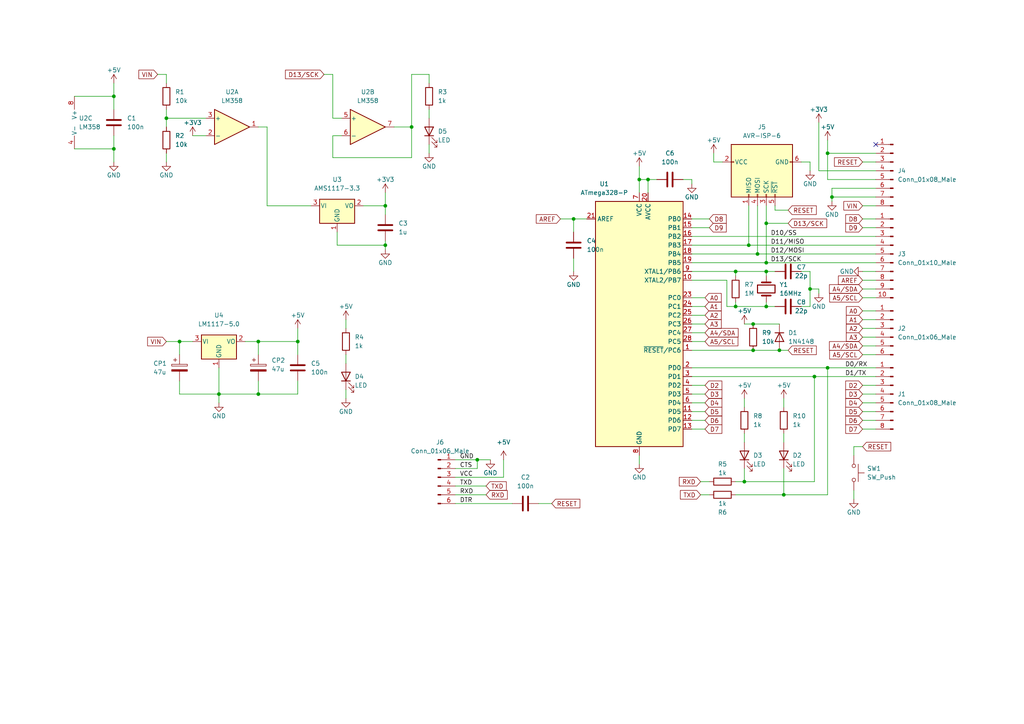
<source format=kicad_sch>
(kicad_sch (version 20211123) (generator eeschema)
  (paper "A4")
  (title_block (title "Tetiduino") (date "2023-02-13") (rev "0.0"))
  (lib_symbols
    (symbol "Amplifier_Operational:LM358" (pin_names (offset 0.127))
      (property "Reference" "U" (at 0 5.08 0))
      (property "Value" "LM358" (at 0 -5.08 0))
      (symbol "LM358_1_1"
        (polyline (pts (xy -5.08 5.08) (xy 5.08 0) (xy -5.08 -5.08) (xy -5.08 5.08)) (stroke (width 0.254)) (fill (type background)))
        (pin output line (at 7.62 0 180) (length 2.54) (name "~") (number "1"))
        (pin input line (at -7.62 -2.54 0) (length 2.54) (name "-") (number "2"))
        (pin input line (at -7.62 2.54 0) (length 2.54) (name "+") (number "3"))
      )
      (symbol "LM358_2_1"
        (polyline (pts (xy -5.08 5.08) (xy 5.08 0) (xy -5.08 -5.08) (xy -5.08 5.08)) (stroke (width 0.254)) (fill (type background)))
        (pin input line (at -7.62 2.54 0) (length 2.54) (name "+") (number "5"))
        (pin input line (at -7.62 -2.54 0) (length 2.54) (name "-") (number "6"))
        (pin output line (at 7.62 0 180) (length 2.54) (name "~") (number "7"))
      )
      (symbol "LM358_3_1"
        (pin power_in line (at -2.54 -7.62 90) (length 3.81) (name "V-") (number "4"))
        (pin power_in line (at -2.54 7.62 270) (length 3.81) (name "V+") (number "8"))
      )
    )
    (symbol "Connector:AVR-ISP-6" (pin_names (offset 1.016))
      (property "Reference" "J" (at -6.35 11.43 0))
      (property "Value" "AVR-ISP-6" (at 0 11.43 0))
      (symbol "AVR-ISP-6_0_1"
        (rectangle (start -2.667 -6.858) (end -2.413 -7.62))
        (rectangle (start -2.667 10.16) (end -2.413 9.398))
        (rectangle (start 7.62 -2.413) (end 6.858 -2.667))
        (rectangle (start 7.62 0.127) (end 6.858 -0.127))
        (rectangle (start 7.62 2.667) (end 6.858 2.413))
        (rectangle (start 7.62 5.207) (end 6.858 4.953))
        (rectangle (start 7.62 10.16) (end -7.62 -7.62) (stroke (width 0.254)) (fill (type background)))
      )
      (symbol "AVR-ISP-6_1_1"
        (pin passive line (at 10.16 5.08 180) (length 2.54) (name "MISO") (number "1"))
        (pin passive line (at -2.54 12.7 270) (length 2.54) (name "VCC") (number "2"))
        (pin passive line (at 10.16 0 180) (length 2.54) (name "SCK") (number "3"))
        (pin passive line (at 10.16 2.54 180) (length 2.54) (name "MOSI") (number "4"))
        (pin passive line (at 10.16 -2.54 180) (length 2.54) (name "~{RST}") (number "5"))
        (pin passive line (at -2.54 -10.16 90) (length 2.54) (name "GND") (number "6"))
      )
    )
    (symbol "Connector:Conn_01x06_Male" (pin_names (offset 1.016) hide)
      (property "Reference" "J" (at 0 7.62 0))
      (property "Value" "Conn_01x06_Male" (at 0 -10.16 0))
      (symbol "Conn_01x06_Male_1_1"
        (polyline (pts (xy 1.27 -7.62) (xy 0.8636 -7.62)) (stroke (width 0.1524)))
        (polyline (pts (xy 1.27 -5.08) (xy 0.8636 -5.08)) (stroke (width 0.1524)))
        (polyline (pts (xy 1.27 -2.54) (xy 0.8636 -2.54)) (stroke (width 0.1524)))
        (polyline (pts (xy 1.27 0) (xy 0.8636 0)) (stroke (width 0.1524)))
        (polyline (pts (xy 1.27 2.54) (xy 0.8636 2.54)) (stroke (width 0.1524)))
        (polyline (pts (xy 1.27 5.08) (xy 0.8636 5.08)) (stroke (width 0.1524)))
        (rectangle (start 0.8636 -7.493) (end 0 -7.747) (stroke (width 0.1524)) (fill (type outline)))
        (rectangle (start 0.8636 -4.953) (end 0 -5.207) (stroke (width 0.1524)) (fill (type outline)))
        (rectangle (start 0.8636 -2.413) (end 0 -2.667) (stroke (width 0.1524)) (fill (type outline)))
        (rectangle (start 0.8636 0.127) (end 0 -0.127) (stroke (width 0.1524)) (fill (type outline)))
        (rectangle (start 0.8636 2.667) (end 0 2.413) (stroke (width 0.1524)) (fill (type outline)))
        (rectangle (start 0.8636 5.207) (end 0 4.953) (stroke (width 0.1524)) (fill (type outline)))
        (pin passive line (at 5.08 5.08 180) (length 3.81) (name "Pin_1") (number "1"))
        (pin passive line (at 5.08 2.54 180) (length 3.81) (name "Pin_2") (number "2"))
        (pin passive line (at 5.08 0 180) (length 3.81) (name "Pin_3") (number "3"))
        (pin passive line (at 5.08 -2.54 180) (length 3.81) (name "Pin_4") (number "4"))
        (pin passive line (at 5.08 -5.08 180) (length 3.81) (name "Pin_5") (number "5"))
        (pin passive line (at 5.08 -7.62 180) (length 3.81) (name "Pin_6") (number "6"))
      )
    )
    (symbol "Connector:Conn_01x08_Male" (pin_names (offset 1.016) hide)
      (property "Reference" "J" (at 0 10.16 0))
      (property "Value" "Conn_01x08_Male" (at 0 -12.7 0))
      (symbol "Conn_01x08_Male_1_1"
        (polyline (pts (xy 1.27 -10.16) (xy 0.8636 -10.16)) (stroke (width 0.1524)))
        (polyline (pts (xy 1.27 -7.62) (xy 0.8636 -7.62)) (stroke (width 0.1524)))
        (polyline (pts (xy 1.27 -5.08) (xy 0.8636 -5.08)) (stroke (width 0.1524)))
        (polyline (pts (xy 1.27 -2.54) (xy 0.8636 -2.54)) (stroke (width 0.1524)))
        (polyline (pts (xy 1.27 0) (xy 0.8636 0)) (stroke (width 0.1524)))
        (polyline (pts (xy 1.27 2.54) (xy 0.8636 2.54)) (stroke (width 0.1524)))
        (polyline (pts (xy 1.27 5.08) (xy 0.8636 5.08)) (stroke (width 0.1524)))
        (polyline (pts (xy 1.27 7.62) (xy 0.8636 7.62)) (stroke (width 0.1524)))
        (rectangle (start 0.8636 -10.033) (end 0 -10.287) (stroke (width 0.1524)) (fill (type outline)))
        (rectangle (start 0.8636 -7.493) (end 0 -7.747) (stroke (width 0.1524)) (fill (type outline)))
        (rectangle (start 0.8636 -4.953) (end 0 -5.207) (stroke (width 0.1524)) (fill (type outline)))
        (rectangle (start 0.8636 -2.413) (end 0 -2.667) (stroke (width 0.1524)) (fill (type outline)))
        (rectangle (start 0.8636 0.127) (end 0 -0.127) (stroke (width 0.1524)) (fill (type outline)))
        (rectangle (start 0.8636 2.667) (end 0 2.413) (stroke (width 0.1524)) (fill (type outline)))
        (rectangle (start 0.8636 5.207) (end 0 4.953) (stroke (width 0.1524)) (fill (type outline)))
        (rectangle (start 0.8636 7.747) (end 0 7.493) (stroke (width 0.1524)) (fill (type outline)))
        (pin passive line (at 5.08 7.62 180) (length 3.81) (name "Pin_1") (number "1"))
        (pin passive line (at 5.08 5.08 180) (length 3.81) (name "Pin_2") (number "2"))
        (pin passive line (at 5.08 2.54 180) (length 3.81) (name "Pin_3") (number "3"))
        (pin passive line (at 5.08 0 180) (length 3.81) (name "Pin_4") (number "4"))
        (pin passive line (at 5.08 -2.54 180) (length 3.81) (name "Pin_5") (number "5"))
        (pin passive line (at 5.08 -5.08 180) (length 3.81) (name "Pin_6") (number "6"))
        (pin passive line (at 5.08 -7.62 180) (length 3.81) (name "Pin_7") (number "7"))
        (pin passive line (at 5.08 -10.16 180) (length 3.81) (name "Pin_8") (number "8"))
      )
    )
    (symbol "Connector:Conn_01x10_Male" (pin_names (offset 1.016) hide)
      (property "Reference" "J" (at 0 12.7 0))
      (property "Value" "Conn_01x10_Male" (at 0 -15.24 0))
      (symbol "Conn_01x10_Male_1_1"
        (polyline (pts (xy 1.27 -12.7) (xy 0.8636 -12.7)) (stroke (width 0.1524)))
        (polyline (pts (xy 1.27 -10.16) (xy 0.8636 -10.16)) (stroke (width 0.1524)))
        (polyline (pts (xy 1.27 -7.62) (xy 0.8636 -7.62)) (stroke (width 0.1524)))
        (polyline (pts (xy 1.27 -5.08) (xy 0.8636 -5.08)) (stroke (width 0.1524)))
        (polyline (pts (xy 1.27 -2.54) (xy 0.8636 -2.54)) (stroke (width 0.1524)))
        (polyline (pts (xy 1.27 0) (xy 0.8636 0)) (stroke (width 0.1524)))
        (polyline (pts (xy 1.27 2.54) (xy 0.8636 2.54)) (stroke (width 0.1524)))
        (polyline (pts (xy 1.27 5.08) (xy 0.8636 5.08)) (stroke (width 0.1524)))
        (polyline (pts (xy 1.27 7.62) (xy 0.8636 7.62)) (stroke (width 0.1524)))
        (polyline (pts (xy 1.27 10.16) (xy 0.8636 10.16)) (stroke (width 0.1524)))
        (rectangle (start 0.8636 -12.573) (end 0 -12.827) (stroke (width 0.1524)) (fill (type outline)))
        (rectangle (start 0.8636 -10.033) (end 0 -10.287) (stroke (width 0.1524)) (fill (type outline)))
        (rectangle (start 0.8636 -7.493) (end 0 -7.747) (stroke (width 0.1524)) (fill (type outline)))
        (rectangle (start 0.8636 -4.953) (end 0 -5.207) (stroke (width 0.1524)) (fill (type outline)))
        (rectangle (start 0.8636 -2.413) (end 0 -2.667) (stroke (width 0.1524)) (fill (type outline)))
        (rectangle (start 0.8636 0.127) (end 0 -0.127) (stroke (width 0.1524)) (fill (type outline)))
        (rectangle (start 0.8636 2.667) (end 0 2.413) (stroke (width 0.1524)) (fill (type outline)))
        (rectangle (start 0.8636 5.207) (end 0 4.953) (stroke (width 0.1524)) (fill (type outline)))
        (rectangle (start 0.8636 7.747) (end 0 7.493) (stroke (width 0.1524)) (fill (type outline)))
        (rectangle (start 0.8636 10.287) (end 0 10.033) (stroke (width 0.1524)) (fill (type outline)))
        (pin passive line (at 5.08 10.16 180) (length 3.81) (name "Pin_1") (number "1"))
        (pin passive line (at 5.08 -12.7 180) (length 3.81) (name "Pin_10") (number "10"))
        (pin passive line (at 5.08 7.62 180) (length 3.81) (name "Pin_2") (number "2"))
        (pin passive line (at 5.08 5.08 180) (length 3.81) (name "Pin_3") (number "3"))
        (pin passive line (at 5.08 2.54 180) (length 3.81) (name "Pin_4") (number "4"))
        (pin passive line (at 5.08 0 180) (length 3.81) (name "Pin_5") (number "5"))
        (pin passive line (at 5.08 -2.54 180) (length 3.81) (name "Pin_6") (number "6"))
        (pin passive line (at 5.08 -5.08 180) (length 3.81) (name "Pin_7") (number "7"))
        (pin passive line (at 5.08 -7.62 180) (length 3.81) (name "Pin_8") (number "8"))
        (pin passive line (at 5.08 -10.16 180) (length 3.81) (name "Pin_9") (number "9"))
      )
    )
    (symbol "Device:C" (pin_numbers hide) (pin_names (offset 0.254))
      (property "Reference" "C" (at 0.635 2.54 0))
      (property "Value" "C" (at 0.635 -2.54 0))
      (symbol "C_0_1"
        (polyline (pts (xy -2.032 -0.762) (xy 2.032 -0.762)) (stroke (width 0.508)))
        (polyline (pts (xy -2.032 0.762) (xy 2.032 0.762)) (stroke (width 0.508)))
      )
      (symbol "C_1_1"
        (pin passive line (at 0 3.81 270) (length 2.794) (name "~") (number "1"))
        (pin passive line (at 0 -3.81 90) (length 2.794) (name "~") (number "2"))
      )
    )
    (symbol "Device:C_Polarized" (pin_numbers hide) (pin_names (offset 0.254))
      (property "Reference" "C" (at 0.635 2.54 0))
      (property "Value" "C_Polarized" (at 0.635 -2.54 0))
      (symbol "C_Polarized_0_1"
        (rectangle (start -2.286 0.508) (end 2.286 1.016))
        (polyline (pts (xy -1.778 2.286) (xy -0.762 2.286)))
        (polyline (pts (xy -1.27 2.794) (xy -1.27 1.778)))
        (rectangle (start 2.286 -0.508) (end -2.286 -1.016) (fill (type outline)))
      )
      (symbol "C_Polarized_1_1"
        (pin passive line (at 0 3.81 270) (length 2.794) (name "~") (number "1"))
        (pin passive line (at 0 -3.81 90) (length 2.794) (name "~") (number "2"))
      )
    )
    (symbol "Device:Crystal" (pin_numbers hide) (pin_names (offset 1.016) hide)
      (property "Reference" "Y" (at 0 3.81 0))
      (property "Value" "Crystal" (at 0 -3.81 0))
      (symbol "Crystal_0_1"
        (rectangle (start -1.143 2.54) (end 1.143 -2.54) (stroke (width 0.3048)))
        (polyline (pts (xy -2.54 0) (xy -1.905 0)))
        (polyline (pts (xy -1.905 -1.27) (xy -1.905 1.27)) (stroke (width 0.508)))
        (polyline (pts (xy 1.905 -1.27) (xy 1.905 1.27)) (stroke (width 0.508)))
        (polyline (pts (xy 2.54 0) (xy 1.905 0)))
      )
      (symbol "Crystal_1_1"
        (pin passive line (at -3.81 0 0) (length 1.27) (name "1") (number "1"))
        (pin passive line (at 3.81 0 180) (length 1.27) (name "2") (number "2"))
      )
    )
    (symbol "Device:LED" (pin_numbers hide) (pin_names (offset 1.016) hide)
      (property "Reference" "D" (at 0 2.54 0))
      (property "Value" "LED" (at 0 -2.54 0))
      (symbol "LED_0_1"
        (polyline (pts (xy -1.27 -1.27) (xy -1.27 1.27)) (stroke (width 0.254)))
        (polyline (pts (xy -1.27 0) (xy 1.27 0)))
        (polyline (pts (xy 1.27 -1.27) (xy 1.27 1.27) (xy -1.27 0) (xy 1.27 -1.27)) (stroke (width 0.254)))
        (polyline (pts (xy -3.048 -0.762) (xy -4.572 -2.286) (xy -3.81 -2.286) (xy -4.572 -2.286) (xy -4.572 -1.524)))
        (polyline (pts (xy -1.778 -0.762) (xy -3.302 -2.286) (xy -2.54 -2.286) (xy -3.302 -2.286) (xy -3.302 -1.524)))
      )
      (symbol "LED_1_1"
        (pin passive line (at -3.81 0 0) (length 2.54) (name "K") (number "1"))
        (pin passive line (at 3.81 0 180) (length 2.54) (name "A") (number "2"))
      )
    )
    (symbol "Device:R" (pin_numbers hide) (pin_names (offset 0))
      (property "Reference" "R" (at 2.032 0 90))
      (property "Value" "R" (at 0 0 90))
      (symbol "R_0_1"
        (rectangle (start -1.016 -2.54) (end 1.016 2.54) (stroke (width 0.254)))
      )
      (symbol "R_1_1"
        (pin passive line (at 0 3.81 270) (length 1.27) (name "~") (number "1"))
        (pin passive line (at 0 -3.81 90) (length 1.27) (name "~") (number "2"))
      )
    )
    (symbol "Diode:1N4148" (pin_numbers hide) (pin_names hide)
      (property "Reference" "D" (at 0 2.54 0))
      (property "Value" "1N4148" (at 0 -2.54 0))
      (symbol "1N4148_0_1"
        (polyline (pts (xy -1.27 1.27) (xy -1.27 -1.27)) (stroke (width 0.254)))
        (polyline (pts (xy 1.27 0) (xy -1.27 0)))
        (polyline (pts (xy 1.27 1.27) (xy 1.27 -1.27) (xy -1.27 0) (xy 1.27 1.27)) (stroke (width 0.254)))
      )
      (symbol "1N4148_1_1"
        (pin passive line (at -3.81 0 0) (length 2.54) (name "K") (number "1"))
        (pin passive line (at 3.81 0 180) (length 2.54) (name "A") (number "2"))
      )
    )
    (symbol "MCU_Microchip_ATmega:ATmega328-P"
      (property "Reference" "U" (at -12.7 36.83 0))
      (property "Value" "ATmega328-P" (at 2.54 -36.83 0))
      (symbol "ATmega328-P_0_1"
        (rectangle (start -12.7 -35.56) (end 12.7 35.56) (stroke (width 0.254)) (fill (type background)))
      )
      (symbol "ATmega328-P_1_1"
        (pin bidirectional line (at 15.24 -7.62 180) (length 2.54) (name "~{RESET}/PC6") (number "1"))
        (pin bidirectional line (at 15.24 12.7 180) (length 2.54) (name "XTAL2/PB7") (number "10"))
        (pin bidirectional line (at 15.24 -25.4 180) (length 2.54) (name "PD5") (number "11"))
        (pin bidirectional line (at 15.24 -27.94 180) (length 2.54) (name "PD6") (number "12"))
        (pin bidirectional line (at 15.24 -30.48 180) (length 2.54) (name "PD7") (number "13"))
        (pin bidirectional line (at 15.24 30.48 180) (length 2.54) (name "PB0") (number "14"))
        (pin bidirectional line (at 15.24 27.94 180) (length 2.54) (name "PB1") (number "15"))
        (pin bidirectional line (at 15.24 25.4 180) (length 2.54) (name "PB2") (number "16"))
        (pin bidirectional line (at 15.24 22.86 180) (length 2.54) (name "PB3") (number "17"))
        (pin bidirectional line (at 15.24 20.32 180) (length 2.54) (name "PB4") (number "18"))
        (pin bidirectional line (at 15.24 17.78 180) (length 2.54) (name "PB5") (number "19"))
        (pin bidirectional line (at 15.24 -12.7 180) (length 2.54) (name "PD0") (number "2"))
        (pin power_in line (at 2.54 38.1 270) (length 2.54) (name "AVCC") (number "20"))
        (pin passive line (at -15.24 30.48 0) (length 2.54) (name "AREF") (number "21"))
        (pin passive line (at 0 -38.1 90) (length 2.54) hide (name "GND") (number "22"))
        (pin bidirectional line (at 15.24 7.62 180) (length 2.54) (name "PC0") (number "23"))
        (pin bidirectional line (at 15.24 5.08 180) (length 2.54) (name "PC1") (number "24"))
        (pin bidirectional line (at 15.24 2.54 180) (length 2.54) (name "PC2") (number "25"))
        (pin bidirectional line (at 15.24 0 180) (length 2.54) (name "PC3") (number "26"))
        (pin bidirectional line (at 15.24 -2.54 180) (length 2.54) (name "PC4") (number "27"))
        (pin bidirectional line (at 15.24 -5.08 180) (length 2.54) (name "PC5") (number "28"))
        (pin bidirectional line (at 15.24 -15.24 180) (length 2.54) (name "PD1") (number "3"))
        (pin bidirectional line (at 15.24 -17.78 180) (length 2.54) (name "PD2") (number "4"))
        (pin bidirectional line (at 15.24 -20.32 180) (length 2.54) (name "PD3") (number "5"))
        (pin bidirectional line (at 15.24 -22.86 180) (length 2.54) (name "PD4") (number "6"))
        (pin power_in line (at 0 38.1 270) (length 2.54) (name "VCC") (number "7"))
        (pin power_in line (at 0 -38.1 90) (length 2.54) (name "GND") (number "8"))
        (pin bidirectional line (at 15.24 15.24 180) (length 2.54) (name "XTAL1/PB6") (number "9"))
      )
    )
    (symbol "Regulator_Linear:AMS1117-3.3" (pin_names (offset 0.254))
      (property "Reference" "U" (at -3.81 3.175 0))
      (property "Value" "AMS1117-3.3" (at 0 3.175 0))
      (symbol "AMS1117-3.3_0_1"
        (rectangle (start -5.08 -5.08) (end 5.08 1.905) (stroke (width 0.254)) (fill (type background)))
      )
      (symbol "AMS1117-3.3_1_1"
        (pin power_in line (at 0 -7.62 90) (length 2.54) (name "GND") (number "1"))
        (pin power_out line (at 7.62 0 180) (length 2.54) (name "VO") (number "2"))
        (pin power_in line (at -7.62 0 0) (length 2.54) (name "VI") (number "3"))
      )
    )
    (symbol "Regulator_Linear:LM1117-5.0" (pin_names (offset 0.254))
      (property "Reference" "U" (at -3.81 3.175 0))
      (property "Value" "LM1117-5.0" (at 0 3.175 0))
      (symbol "LM1117-5.0_0_1"
        (rectangle (start -5.08 -5.08) (end 5.08 1.905) (stroke (width 0.254)) (fill (type background)))
      )
      (symbol "LM1117-5.0_1_1"
        (pin power_in line (at 0 -7.62 90) (length 2.54) (name "GND") (number "1"))
        (pin power_out line (at 7.62 0 180) (length 2.54) (name "VO") (number "2"))
        (pin power_in line (at -7.62 0 0) (length 2.54) (name "VI") (number "3"))
      )
    )
    (symbol "Switch:SW_Push" (pin_numbers hide) (pin_names (offset 1.016) hide)
      (property "Reference" "SW" (at 1.27 2.54 0))
      (property "Value" "SW_Push" (at 0 -1.524 0))
      (symbol "SW_Push_0_1"
        (circle (center -2.032 0) (radius 0.508))
        (polyline (pts (xy 0 1.27) (xy 0 3.048)))
        (polyline (pts (xy 2.54 1.27) (xy -2.54 1.27)))
        (circle (center 2.032 0) (radius 0.508))
        (pin passive line (at -5.08 0 0) (length 2.54) (name "1") (number "1"))
        (pin passive line (at 5.08 0 180) (length 2.54) (name "2") (number "2"))
      )
    )
    (symbol "power:+3V3" (power) (pin_names (offset 0))
      (property "Value" "+3V3" (at 0 3.556 0))
      (symbol "+3V3_0_1"
        (polyline (pts (xy -0.762 1.27) (xy 0 2.54)))
        (polyline (pts (xy 0 0) (xy 0 2.54)))
        (polyline (pts (xy 0 2.54) (xy 0.762 1.27)))
      )
      (symbol "+3V3_1_1"
        (pin power_in line (at 0 0 90) (length 0) hide (name "+3V3") (number "1"))
      )
    )
    (symbol "power:+5V" (power) (pin_names (offset 0))
      (property "Value" "+5V" (at 0 3.556 0))
      (symbol "+5V_0_1"
        (polyline (pts (xy -0.762 1.27) (xy 0 2.54)))
        (polyline (pts (xy 0 0) (xy 0 2.54)))
        (polyline (pts (xy 0 2.54) (xy 0.762 1.27)))
      )
      (symbol "+5V_1_1"
        (pin power_in line (at 0 0 90) (length 0) hide (name "+5V") (number "1"))
      )
    )
    (symbol "power:GND" (power) (pin_names (offset 0))
      (property "Value" "GND" (at 0 -3.81 0))
      (symbol "GND_0_1"
        (polyline (pts (xy 0 0) (xy 0 -1.27) (xy 1.27 -1.27) (xy 0 -2.54) (xy -1.27 -1.27) (xy 0 -1.27)))
      )
      (symbol "GND_1_1"
        (pin power_in line (at 0 0 270) (length 0) hide (name "GND") (number "1"))
      )
    )
  )
  (junction (at 111.76 59.69))
  (junction (at 213.36 88.9))
  (junction (at 74.93 99.06))
  (junction (at 33.02 43.18))
  (junction (at 240.03 44.45))
  (junction (at 63.5 114.3))
  (junction (at 217.17 71.12))
  (junction (at 119.38 36.83))
  (junction (at 222.25 78.74))
  (junction (at 219.71 73.66))
  (junction (at 86.36 99.06))
  (junction (at 222.25 76.2))
  (junction (at 218.44 93.98))
  (junction (at 236.22 109.22))
  (junction (at 218.44 101.6))
  (junction (at 234.95 83.82))
  (junction (at 52.07 99.06))
  (junction (at 48.26 34.29))
  (junction (at 213.36 78.74))
  (junction (at 33.02 27.94))
  (junction (at 226.06 101.6))
  (junction (at 111.76 71.12))
  (junction (at 222.25 88.9))
  (junction (at 166.37 63.5))
  (junction (at 74.93 114.3))
  (junction (at 185.42 52.07))
  (junction (at 138.43 133.35))
  (junction (at 227.33 143.51))
  (junction (at 222.25 64.77))
  (junction (at 240.03 106.68))
  (junction (at 187.96 52.07))
  (junction (at 241.3 57.15))
  (junction (at 215.9 139.7))
  (no_connect (at 254 41.91))
  (wire (pts (xy 86.36 102.87) (xy 86.36 99.06)))
  (wire (pts (xy 213.36 78.74) (xy 213.36 80.01)))
  (wire (pts (xy 200.66 81.28) (xy 210.82 81.28)))
  (wire (pts (xy 247.65 129.54) (xy 250.19 129.54)))
  (wire (pts (xy 227.33 125.73) (xy 227.33 128.27)))
  (wire (pts (xy 111.76 55.88) (xy 111.76 59.69)))
  (wire (pts (xy 77.47 59.69) (xy 90.17 59.69)))
  (wire (pts (xy 226.06 101.6) (xy 228.6 101.6)))
  (wire (pts (xy 45.72 21.59) (xy 48.26 21.59)))
  (wire (pts (xy 215.9 93.98) (xy 218.44 93.98)))
  (wire (pts (xy 200.66 116.84) (xy 204.47 116.84)))
  (wire (pts (xy 222.25 64.77) (xy 222.25 76.2)))
  (wire (pts (xy 96.52 34.29) (xy 99.06 34.29)))
  (wire (pts (xy 138.43 135.89) (xy 138.43 133.35)))
  (wire (pts (xy 210.82 81.28) (xy 210.82 88.9)))
  (wire (pts (xy 237.49 83.82) (xy 237.49 85.09)))
  (wire (pts (xy 200.66 66.04) (xy 205.74 66.04)))
  (wire (pts (xy 250.19 78.74) (xy 254 78.74)))
  (wire (pts (xy 97.79 71.12) (xy 111.76 71.12)))
  (wire (pts (xy 250.19 102.87) (xy 254 102.87)))
  (wire (pts (xy 207.01 46.99) (xy 209.55 46.99)))
  (wire (pts (xy 241.3 57.15) (xy 254 57.15)))
  (wire (pts (xy 200.66 93.98) (xy 204.47 93.98)))
  (wire (pts (xy 227.33 143.51) (xy 240.03 143.51)))
  (wire (pts (xy 213.36 88.9) (xy 222.25 88.9)))
  (wire (pts (xy 219.71 59.69) (xy 219.71 73.66)))
  (wire (pts (xy 200.66 119.38) (xy 204.47 119.38)))
  (wire (pts (xy 200.66 101.6) (xy 218.44 101.6)))
  (wire (pts (xy 124.46 21.59) (xy 119.38 21.59)))
  (wire (pts (xy 241.3 57.15) (xy 241.3 58.42)))
  (wire (pts (xy 247.65 132.08) (xy 247.65 129.54)))
  (wire (pts (xy 63.5 116.84) (xy 63.5 114.3)))
  (wire (pts (xy 200.66 76.2) (xy 222.25 76.2)))
  (wire (pts (xy 33.02 31.75) (xy 33.02 27.94)))
  (wire (pts (xy 200.66 99.06) (xy 204.47 99.06)))
  (wire (pts (xy 21.59 43.18) (xy 33.02 43.18)))
  (wire (pts (xy 96.52 21.59) (xy 96.52 34.29)))
  (wire (pts (xy 222.25 76.2) (xy 254 76.2)))
  (wire (pts (xy 250.19 90.17) (xy 254 90.17)))
  (wire (pts (xy 222.25 59.69) (xy 222.25 64.77)))
  (wire (pts (xy 63.5 114.3) (xy 74.93 114.3)))
  (wire (pts (xy 124.46 41.91) (xy 124.46 44.45)))
  (wire (pts (xy 200.66 88.9) (xy 204.47 88.9)))
  (wire (pts (xy 198.12 52.07) (xy 200.66 52.07)))
  (wire (pts (xy 132.08 143.51) (xy 140.97 143.51)))
  (wire (pts (xy 250.19 119.38) (xy 254 119.38)))
  (wire (pts (xy 185.42 52.07) (xy 187.96 52.07)))
  (wire (pts (xy 250.19 46.99) (xy 254 46.99)))
  (wire (pts (xy 222.25 78.74) (xy 222.25 80.01)))
  (wire (pts (xy 203.2 143.51) (xy 205.74 143.51)))
  (wire (pts (xy 166.37 74.93) (xy 166.37 78.74)))
  (wire (pts (xy 215.9 115.57) (xy 215.9 118.11)))
  (wire (pts (xy 200.66 86.36) (xy 204.47 86.36)))
  (wire (pts (xy 250.19 83.82) (xy 254 83.82)))
  (wire (pts (xy 185.42 48.26) (xy 185.42 52.07)))
  (wire (pts (xy 207.01 44.45) (xy 207.01 46.99)))
  (wire (pts (xy 200.66 78.74) (xy 213.36 78.74)))
  (wire (pts (xy 234.95 83.82) (xy 234.95 88.9)))
  (wire (pts (xy 200.66 52.07) (xy 200.66 53.34)))
  (wire (pts (xy 111.76 71.12) (xy 111.76 72.39)))
  (wire (pts (xy 217.17 71.12) (xy 254 71.12)))
  (wire (pts (xy 250.19 114.3) (xy 254 114.3)))
  (wire (pts (xy 124.46 31.75) (xy 124.46 34.29)))
  (wire (pts (xy 224.79 60.96) (xy 228.6 60.96)))
  (wire (pts (xy 187.96 52.07) (xy 187.96 55.88)))
  (wire (pts (xy 247.65 142.24) (xy 247.65 144.78)))
  (wire (pts (xy 96.52 39.37) (xy 96.52 45.72)))
  (wire (pts (xy 105.41 59.69) (xy 111.76 59.69)))
  (wire (pts (xy 48.26 31.75) (xy 48.26 34.29)))
  (wire (pts (xy 250.19 121.92) (xy 254 121.92)))
  (wire (pts (xy 48.26 34.29) (xy 48.26 36.83)))
  (wire (pts (xy 218.44 101.6) (xy 226.06 101.6)))
  (wire (pts (xy 74.93 110.49) (xy 74.93 114.3)))
  (wire (pts (xy 146.05 133.35) (xy 146.05 138.43)))
  (wire (pts (xy 222.25 87.63) (xy 222.25 88.9)))
  (wire (pts (xy 119.38 36.83) (xy 114.3 36.83)))
  (wire (pts (xy 240.03 44.45) (xy 254 44.45)))
  (wire (pts (xy 224.79 59.69) (xy 224.79 60.96)))
  (wire (pts (xy 250.19 111.76) (xy 254 111.76)))
  (wire (pts (xy 232.41 46.99) (xy 234.95 46.99)))
  (wire (pts (xy 234.95 46.99) (xy 234.95 49.53)))
  (wire (pts (xy 232.41 88.9) (xy 234.95 88.9)))
  (wire (pts (xy 250.19 66.04) (xy 254 66.04)))
  (wire (pts (xy 250.19 97.79) (xy 254 97.79)))
  (wire (pts (xy 100.33 102.87) (xy 100.33 105.41)))
  (wire (pts (xy 227.33 135.89) (xy 227.33 143.51)))
  (wire (pts (xy 77.47 36.83) (xy 77.47 59.69)))
  (wire (pts (xy 234.95 78.74) (xy 234.95 83.82)))
  (wire (pts (xy 200.66 111.76) (xy 204.47 111.76)))
  (wire (pts (xy 200.66 73.66) (xy 219.71 73.66)))
  (wire (pts (xy 63.5 106.68) (xy 63.5 114.3)))
  (wire (pts (xy 48.26 21.59) (xy 48.26 24.13)))
  (wire (pts (xy 213.36 139.7) (xy 215.9 139.7)))
  (wire (pts (xy 86.36 114.3) (xy 74.93 114.3)))
  (wire (pts (xy 215.9 135.89) (xy 215.9 139.7)))
  (wire (pts (xy 132.08 133.35) (xy 138.43 133.35)))
  (wire (pts (xy 222.25 64.77) (xy 228.6 64.77)))
  (wire (pts (xy 240.03 44.45) (xy 240.03 40.64)))
  (wire (pts (xy 217.17 59.69) (xy 217.17 71.12)))
  (wire (pts (xy 185.42 132.08) (xy 185.42 134.62)))
  (wire (pts (xy 132.08 146.05) (xy 148.59 146.05)))
  (wire (pts (xy 97.79 67.31) (xy 97.79 71.12)))
  (wire (pts (xy 250.19 100.33) (xy 254 100.33)))
  (wire (pts (xy 100.33 92.71) (xy 100.33 95.25)))
  (wire (pts (xy 241.3 54.61) (xy 241.3 57.15)))
  (wire (pts (xy 52.07 110.49) (xy 52.07 114.3)))
  (wire (pts (xy 52.07 114.3) (xy 63.5 114.3)))
  (wire (pts (xy 213.36 78.74) (xy 222.25 78.74)))
  (wire (pts (xy 48.26 99.06) (xy 52.07 99.06)))
  (wire (pts (xy 132.08 140.97) (xy 140.97 140.97)))
  (wire (pts (xy 119.38 21.59) (xy 119.38 36.83)))
  (wire (pts (xy 48.26 44.45) (xy 48.26 46.99)))
  (wire (pts (xy 250.19 92.71) (xy 254 92.71)))
  (wire (pts (xy 250.19 81.28) (xy 254 81.28)))
  (wire (pts (xy 33.02 27.94) (xy 21.59 27.94)))
  (wire (pts (xy 250.19 116.84) (xy 254 116.84)))
  (wire (pts (xy 237.49 49.53) (xy 254 49.53)))
  (wire (pts (xy 185.42 55.88) (xy 185.42 52.07)))
  (wire (pts (xy 132.08 135.89) (xy 138.43 135.89)))
  (wire (pts (xy 210.82 88.9) (xy 213.36 88.9)))
  (wire (pts (xy 132.08 138.43) (xy 146.05 138.43)))
  (wire (pts (xy 250.19 59.69) (xy 254 59.69)))
  (wire (pts (xy 111.76 69.85) (xy 111.76 71.12)))
  (wire (pts (xy 200.66 106.68) (xy 240.03 106.68)))
  (wire (pts (xy 203.2 139.7) (xy 205.74 139.7)))
  (wire (pts (xy 218.44 93.98) (xy 226.06 93.98)))
  (wire (pts (xy 48.26 34.29) (xy 59.69 34.29)))
  (wire (pts (xy 55.88 39.37) (xy 59.69 39.37)))
  (wire (pts (xy 240.03 52.07) (xy 240.03 44.45)))
  (wire (pts (xy 200.66 71.12) (xy 217.17 71.12)))
  (wire (pts (xy 119.38 45.72) (xy 119.38 36.83)))
  (wire (pts (xy 93.98 21.59) (xy 96.52 21.59)))
  (wire (pts (xy 254 54.61) (xy 241.3 54.61)))
  (wire (pts (xy 236.22 109.22) (xy 236.22 139.7)))
  (wire (pts (xy 200.66 63.5) (xy 205.74 63.5)))
  (wire (pts (xy 74.93 99.06) (xy 74.93 102.87)))
  (wire (pts (xy 200.66 96.52) (xy 204.47 96.52)))
  (wire (pts (xy 240.03 106.68) (xy 254 106.68)))
  (wire (pts (xy 219.71 73.66) (xy 254 73.66)))
  (wire (pts (xy 187.96 52.07) (xy 190.5 52.07)))
  (wire (pts (xy 200.66 91.44) (xy 204.47 91.44)))
  (wire (pts (xy 86.36 110.49) (xy 86.36 114.3)))
  (wire (pts (xy 138.43 133.35) (xy 142.24 133.35)))
  (wire (pts (xy 100.33 113.03) (xy 100.33 115.57)))
  (wire (pts (xy 254 52.07) (xy 240.03 52.07)))
  (wire (pts (xy 77.47 36.83) (xy 74.93 36.83)))
  (wire (pts (xy 200.66 68.58) (xy 254 68.58)))
  (wire (pts (xy 215.9 125.73) (xy 215.9 128.27)))
  (wire (pts (xy 86.36 95.25) (xy 86.36 99.06)))
  (wire (pts (xy 52.07 99.06) (xy 52.07 102.87)))
  (wire (pts (xy 250.19 86.36) (xy 254 86.36)))
  (wire (pts (xy 156.21 146.05) (xy 160.02 146.05)))
  (wire (pts (xy 99.06 39.37) (xy 96.52 39.37)))
  (wire (pts (xy 215.9 139.7) (xy 236.22 139.7)))
  (wire (pts (xy 33.02 24.13) (xy 33.02 27.94)))
  (wire (pts (xy 200.66 124.46) (xy 204.47 124.46)))
  (wire (pts (xy 237.49 35.56) (xy 237.49 49.53)))
  (wire (pts (xy 200.66 121.92) (xy 204.47 121.92)))
  (wire (pts (xy 124.46 24.13) (xy 124.46 21.59)))
  (wire (pts (xy 33.02 43.18) (xy 33.02 46.99)))
  (wire (pts (xy 236.22 109.22) (xy 254 109.22)))
  (wire (pts (xy 86.36 99.06) (xy 74.93 99.06)))
  (wire (pts (xy 240.03 106.68) (xy 240.03 143.51)))
  (wire (pts (xy 71.12 99.06) (xy 74.93 99.06)))
  (wire (pts (xy 213.36 87.63) (xy 213.36 88.9)))
  (wire (pts (xy 33.02 43.18) (xy 33.02 39.37)))
  (wire (pts (xy 222.25 88.9) (xy 224.79 88.9)))
  (wire (pts (xy 213.36 143.51) (xy 227.33 143.51)))
  (wire (pts (xy 166.37 63.5) (xy 170.18 63.5)))
  (wire (pts (xy 200.66 114.3) (xy 204.47 114.3)))
  (wire (pts (xy 52.07 99.06) (xy 55.88 99.06)))
  (wire (pts (xy 250.19 95.25) (xy 254 95.25)))
  (wire (pts (xy 234.95 83.82) (xy 237.49 83.82)))
  (wire (pts (xy 96.52 45.72) (xy 119.38 45.72)))
  (wire (pts (xy 222.25 78.74) (xy 224.79 78.74)))
  (wire (pts (xy 232.41 78.74) (xy 234.95 78.74)))
  (wire (pts (xy 250.19 124.46) (xy 254 124.46)))
  (wire (pts (xy 166.37 63.5) (xy 166.37 67.31)))
  (wire (pts (xy 227.33 115.57) (xy 227.33 118.11)))
  (wire (pts (xy 200.66 109.22) (xy 236.22 109.22)))
  (wire (pts (xy 250.19 63.5) (xy 254 63.5)))
  (wire (pts (xy 111.76 59.69) (xy 111.76 62.23)))
  (wire (pts (xy 162.56 63.5) (xy 166.37 63.5)))
  (label "D10{slash}SS" (at 223.52 68.58 0))
  (label "D0{slash}RX" (at 245.11 106.68 0))
  (label "RXD" (at 133.35 143.51 0))
  (label "D11{slash}MISO" (at 223.52 71.12 0))
  (label "VCC" (at 133.35 138.43 0))
  (label "D12{slash}MOSI" (at 223.52 73.66 0))
  (label "D1{slash}TX" (at 245.11 109.22 0))
  (label "DTR" (at 133.35 146.05 0))
  (label "TXD" (at 133.35 140.97 0))
  (label "GND" (at 133.35 133.35 0))
  (label "D13{slash}SCK" (at 223.52 76.2 0))
  (label "CTS" (at 133.35 135.89 0))
  (global_label "TXD" (shape input) (at 203.2 143.51 180) (property "Intersheet References" "${INTERSHEET_REFS}" (effects hide)))
  (global_label "RESET" (shape input) (at 250.19 46.99 180) (property "Intersheet References" "${INTERSHEET_REFS}" (effects hide)))
  (global_label "A0" (shape input) (at 250.19 90.17 180) (property "Intersheet References" "${INTERSHEET_REFS}" (effects hide)))
  (global_label "A1" (shape input) (at 250.19 92.71 180) (property "Intersheet References" "${INTERSHEET_REFS}" (effects hide)))
  (global_label "D6" (shape input) (at 250.19 121.92 180) (property "Intersheet References" "${INTERSHEET_REFS}" (effects hide)))
  (global_label "D8" (shape input) (at 205.74 63.5 0) (property "Intersheet References" "${INTERSHEET_REFS}" (effects hide)))
  (global_label "A2" (shape input) (at 250.19 95.25 180) (property "Intersheet References" "${INTERSHEET_REFS}" (effects hide)))
  (global_label "A3" (shape input) (at 250.19 97.79 180) (property "Intersheet References" "${INTERSHEET_REFS}" (effects hide)))
  (global_label "A4{slash}SDA" (shape input) (at 250.19 83.82 180) (property "Intersheet References" "${INTERSHEET_REFS}" (effects hide)))
  (global_label "D7" (shape input) (at 204.47 124.46 0) (property "Intersheet References" "${INTERSHEET_REFS}" (effects hide)))
  (global_label "D5" (shape input) (at 250.19 119.38 180) (property "Intersheet References" "${INTERSHEET_REFS}" (effects hide)))
  (global_label "RESET" (shape input) (at 228.6 60.96 0) (property "Intersheet References" "${INTERSHEET_REFS}" (effects hide)))
  (global_label "D9" (shape input) (at 205.74 66.04 0) (property "Intersheet References" "${INTERSHEET_REFS}" (effects hide)))
  (global_label "AREF" (shape input) (at 250.19 81.28 180) (property "Intersheet References" "${INTERSHEET_REFS}" (effects hide)))
  (global_label "D13{slash}SCK" (shape input) (at 93.98 21.59 180) (property "Intersheet References" "${INTERSHEET_REFS}" (effects hide)))
  (global_label "TXD" (shape input) (at 140.97 140.97 0) (property "Intersheet References" "${INTERSHEET_REFS}" (effects hide)))
  (global_label "D2" (shape input) (at 204.47 111.76 0) (property "Intersheet References" "${INTERSHEET_REFS}" (effects hide)))
  (global_label "RXD" (shape input) (at 203.2 139.7 180) (property "Intersheet References" "${INTERSHEET_REFS}" (effects hide)))
  (global_label "D4" (shape input) (at 250.19 116.84 180) (property "Intersheet References" "${INTERSHEET_REFS}" (effects hide)))
  (global_label "D2" (shape input) (at 250.19 111.76 180) (property "Intersheet References" "${INTERSHEET_REFS}" (effects hide)))
  (global_label "RESET" (shape input) (at 160.02 146.05 0) (property "Intersheet References" "${INTERSHEET_REFS}" (effects hide)))
  (global_label "A3" (shape input) (at 204.47 93.98 0) (property "Intersheet References" "${INTERSHEET_REFS}" (effects hide)))
  (global_label "AREF" (shape input) (at 162.56 63.5 180) (property "Intersheet References" "${INTERSHEET_REFS}" (effects hide)))
  (global_label "D9" (shape input) (at 250.19 66.04 180) (property "Intersheet References" "${INTERSHEET_REFS}" (effects hide)))
  (global_label "A1" (shape input) (at 204.47 88.9 0) (property "Intersheet References" "${INTERSHEET_REFS}" (effects hide)))
  (global_label "RESET" (shape input) (at 250.19 129.54 0) (property "Intersheet References" "${INTERSHEET_REFS}" (effects hide)))
  (global_label "D3" (shape input) (at 250.19 114.3 180) (property "Intersheet References" "${INTERSHEET_REFS}" (effects hide)))
  (global_label "RESET" (shape input) (at 228.6 101.6 0) (property "Intersheet References" "${INTERSHEET_REFS}" (effects hide)))
  (global_label "VIN" (shape input) (at 48.26 99.06 180) (property "Intersheet References" "${INTERSHEET_REFS}" (effects hide)))
  (global_label "D6" (shape input) (at 204.47 121.92 0) (property "Intersheet References" "${INTERSHEET_REFS}" (effects hide)))
  (global_label "D3" (shape input) (at 204.47 114.3 0) (property "Intersheet References" "${INTERSHEET_REFS}" (effects hide)))
  (global_label "VIN" (shape input) (at 45.72 21.59 180) (property "Intersheet References" "${INTERSHEET_REFS}" (effects hide)))
  (global_label "D5" (shape input) (at 204.47 119.38 0) (property "Intersheet References" "${INTERSHEET_REFS}" (effects hide)))
  (global_label "A4{slash}SDA" (shape input) (at 204.47 96.52 0) (property "Intersheet References" "${INTERSHEET_REFS}" (effects hide)))
  (global_label "VIN" (shape input) (at 250.19 59.69 180) (property "Intersheet References" "${INTERSHEET_REFS}" (effects hide)))
  (global_label "A5{slash}SCL" (shape input) (at 250.19 86.36 180) (property "Intersheet References" "${INTERSHEET_REFS}" (effects hide)))
  (global_label "A0" (shape input) (at 204.47 86.36 0) (property "Intersheet References" "${INTERSHEET_REFS}" (effects hide)))
  (global_label "A2" (shape input) (at 204.47 91.44 0) (property "Intersheet References" "${INTERSHEET_REFS}" (effects hide)))
  (global_label "D8" (shape input) (at 250.19 63.5 180) (property "Intersheet References" "${INTERSHEET_REFS}" (effects hide)))
  (global_label "A4{slash}SDA" (shape input) (at 250.19 100.33 180) (property "Intersheet References" "${INTERSHEET_REFS}" (effects hide)))
  (global_label "A5{slash}SCL" (shape input) (at 204.47 99.06 0) (property "Intersheet References" "${INTERSHEET_REFS}" (effects hide)))
  (global_label "D7" (shape input) (at 250.19 124.46 180) (property "Intersheet References" "${INTERSHEET_REFS}" (effects hide)))
  (global_label "D13{slash}SCK" (shape input) (at 228.6 64.77 0) (property "Intersheet References" "${INTERSHEET_REFS}" (effects hide)))
  (global_label "D4" (shape input) (at 204.47 116.84 0) (property "Intersheet References" "${INTERSHEET_REFS}" (effects hide)))
  (global_label "A5{slash}SCL" (shape input) (at 250.19 102.87 180) (property "Intersheet References" "${INTERSHEET_REFS}" (effects hide)))
  (global_label "RXD" (shape input) (at 140.97 143.51 0) (property "Intersheet References" "${INTERSHEET_REFS}" (effects hide)))
  (symbol (lib_id "power:GND") (at 250.19 78.74 270) (unit 1)
    (property "Reference" "#PWR0106" (effects hide))
    (property "Value" "GND" (at 247.65 78.74 90) (effects (justify right)))
  )
  (symbol (lib_id "Switch:SW_Push") (at 247.65 137.16 270) (unit 1)
    (property "Reference" "SW1" (at 251.46 135.8899 90) (effects (justify left)))
    (property "Value" "SW_Push" (at 251.46 138.4299 90) (effects (justify left)))
    (property "Footprint" "Button_Switch_THT:SW_PUSH_6mm" (effects hide))
  )
  (symbol (lib_id "power:GND") (at 124.46 44.45 0) (unit 1)
    (property "Reference" "#PWR0120" (effects hide))
    (property "Value" "GND" (at 124.46 48.26 0))
  )
  (symbol (lib_id "power:GND") (at 247.65 144.78 0) (unit 1)
    (property "Reference" "#PWR0111" (effects hide))
    (property "Value" "GND" (at 247.65 148.59 0))
  )
  (symbol (lib_id "power:+5V") (at 33.02 24.13 0) (unit 1)
    (property "Reference" "#PWR0124" (effects hide))
    (property "Value" "+5V" (at 33.02 20.32 0))
  )
  (symbol (lib_id "Connector:Conn_01x08_Male") (at 259.08 49.53 0) (mirror y) (unit 1)
    (property "Reference" "J4" (at 260.35 49.5299 0) (effects (justify right)))
    (property "Value" "Conn_01x08_Male" (at 260.35 52.0699 0) (effects (justify right)))
    (property "Footprint" "Connector_PinSocket_2.54mm:PinSocket_1x08_P2.54mm_Vertical" (effects hide))
  )
  (symbol (lib_id "power:GND") (at 142.24 133.35 0) (mirror y) (unit 1)
    (property "Reference" "#PWR0118" (effects hide))
    (property "Value" "GND" (at 142.24 137.16 0))
  )
  (symbol (lib_id "Connector:Conn_01x08_Male") (at 259.08 114.3 0) (mirror y) (unit 1)
    (property "Reference" "J1" (at 260.35 114.2999 0) (effects (justify right)))
    (property "Value" "Conn_01x08_Male" (at 260.35 116.8399 0) (effects (justify right)))
    (property "Footprint" "Connector_PinSocket_2.54mm:PinSocket_1x08_P2.54mm_Vertical" (effects hide))
  )
  (symbol (lib_id "power:GND") (at 234.95 49.53 0) (unit 1)
    (property "Reference" "#PWR0110" (effects hide))
    (property "Value" "GND" (at 234.95 53.34 0))
  )
  (symbol (lib_id "power:+5V") (at 227.33 115.57 0) (unit 1)
    (property "Reference" "#PWR0107" (effects hide))
    (property "Value" "+5V" (at 227.33 111.76 0))
  )
  (symbol (lib_id "Device:C") (at 194.31 52.07 90) (unit 1)
    (property "Reference" "C6" (at 194.31 44.45 90))
    (property "Value" "100n" (at 194.31 46.99 90))
    (property "Footprint" "Capacitor_SMD:C_0805_2012Metric_Pad1.18x1.45mm_HandSolder" (effects hide))
  )
  (symbol (lib_id "power:+5V") (at 207.01 44.45 0) (unit 1)
    (property "Reference" "#PWR0103" (effects hide))
    (property "Value" "+5V" (at 207.01 40.64 0))
  )
  (symbol (lib_id "Device:R") (at 215.9 121.92 0) (unit 1)
    (property "Reference" "R8" (at 218.44 120.6499 0) (effects (justify left)))
    (property "Value" "1k" (at 218.44 123.1899 0) (effects (justify left)))
    (property "Footprint" "Resistor_SMD:R_1206_3216Metric_Pad1.30x1.75mm_HandSolder" (effects hide))
  )
  (symbol (lib_id "power:GND") (at 48.26 46.99 0) (unit 1)
    (property "Reference" "#PWR0123" (effects hide))
    (property "Value" "GND" (at 48.26 50.8 0))
  )
  (symbol (lib_id "MCU_Microchip_ATmega:ATmega328-P") (at 185.42 93.98 0) (unit 1)
    (property "Reference" "U1" (at 175.26 53.34 0))
    (property "Value" "ATmega328-P" (at 175.26 55.88 0))
    (property "Footprint" "Package_DIP:DIP-28_W7.62mm" (effects hide))
    (property "Datasheet" "http://ww1.microchip.com/downloads/en/DeviceDoc/ATmega328_P%20AVR%20MCU%20with%20picoPower%20Technology%20Data%20Sheet%2040001984A.pdf" (effects hide))
  )
  (symbol (lib_id "Device:C") (at 166.37 71.12 0) (unit 1)
    (property "Reference" "C4" (at 170.18 69.8499 0) (effects (justify left)))
    (property "Value" "100n" (at 170.18 72.3899 0) (effects (justify left)))
    (property "Footprint" "Capacitor_SMD:C_0805_2012Metric_Pad1.18x1.45mm_HandSolder" (effects hide))
  )
  (symbol (lib_id "power:+3V3") (at 55.88 39.37 0) (unit 1)
    (property "Reference" "#PWR0125" (effects hide))
    (property "Value" "+3V3" (at 55.88 35.56 0))
  )
  (symbol (lib_id "power:+5V") (at 185.42 48.26 0) (unit 1)
    (property "Reference" "#PWR0121" (effects hide))
    (property "Value" "+5V" (at 185.42 44.45 0))
  )
  (symbol (lib_id "power:+3V3") (at 237.49 35.56 0) (unit 1)
    (property "Reference" "#PWR0102" (effects hide))
    (property "Value" "+3V3" (at 237.49 31.75 0))
  )
  (symbol (lib_id "Device:C") (at 228.6 88.9 270) (unit 1)
    (property "Reference" "C8" (at 232.41 87.63 90))
    (property "Value" "22p" (at 232.41 90.17 90))
    (property "Footprint" "Capacitor_SMD:C_0805_2012Metric_Pad1.18x1.45mm_HandSolder" (effects hide))
  )
  (symbol (lib_id "Connector:AVR-ISP-6") (at 222.25 49.53 90) (mirror x) (unit 1)
    (property "Reference" "J5" (at 220.98 36.83 90))
    (property "Value" "AVR-ISP-6" (at 220.98 39.37 90))
    (property "Footprint" "Connector_PinHeader_2.54mm:PinHeader_2x03_P2.54mm_Vertical" (effects hide))
    (property "Datasheet" " ~" (effects hide))
  )
  (symbol (lib_id "Device:C_Polarized") (at 52.07 106.68 0) (unit 1)
    (property "Reference" "CP1" (at 44.45 105.41 0) (effects (justify left)))
    (property "Value" "47u" (at 44.45 107.95 0) (effects (justify left)))
    (property "Footprint" "Capacitor_SMD:CP_Elec_6.3x7.7" (effects hide))
  )
  (symbol (lib_id "power:GND") (at 100.33 115.57 0) (unit 1)
    (property "Reference" "#PWR0113" (effects hide))
    (property "Value" "GND" (at 100.33 119.38 0))
  )
  (symbol (lib_id "power:+3V3") (at 111.76 55.88 0) (unit 1)
    (property "Reference" "#PWR0127" (effects hide))
    (property "Value" "+3V3" (at 111.76 52.07 0))
  )
  (symbol (lib_id "Device:R") (at 227.33 121.92 0) (unit 1)
    (property "Reference" "R10" (at 229.87 120.6499 0) (effects (justify left)))
    (property "Value" "1k" (at 229.87 123.1899 0) (effects (justify left)))
    (property "Footprint" "Resistor_SMD:R_1206_3216Metric_Pad1.30x1.75mm_HandSolder" (effects hide))
  )
  (symbol (lib_id "Device:LED") (at 100.33 109.22 90) (unit 1)
    (property "Reference" "D4" (at 102.87 109.22 90) (effects (justify right)))
    (property "Value" "LED" (at 102.87 111.76 90) (effects (justify right)))
    (property "Footprint" "LED_SMD:LED_1206_3216Metric_Pad1.42x1.75mm_HandSolder" (effects hide))
  )
  (symbol (lib_id "Connector:Conn_01x06_Male") (at 259.08 95.25 0) (mirror y) (unit 1)
    (property "Reference" "J2" (at 260.35 95.2499 0) (effects (justify right)))
    (property "Value" "Conn_01x06_Male" (at 260.35 97.7899 0) (effects (justify right)))
    (property "Footprint" "Connector_PinSocket_2.54mm:PinSocket_1x06_P2.54mm_Vertical" (effects hide))
  )
  (symbol (lib_id "Connector:Conn_01x10_Male") (at 259.08 73.66 0) (mirror y) (unit 1)
    (property "Reference" "J3" (at 260.35 73.6599 0) (effects (justify right)))
    (property "Value" "Conn_01x10_Male" (at 260.35 76.1999 0) (effects (justify right)))
    (property "Footprint" "Connector_PinSocket_2.54mm:PinSocket_1x10_P2.54mm_Vertical" (effects hide))
  )
  (symbol (lib_id "Connector:Conn_01x06_Male") (at 127 138.43 0) (unit 1)
    (property "Reference" "J6" (at 127.635 128.27 0))
    (property "Value" "Conn_01x06_Male" (at 127.635 130.81 0))
    (property "Footprint" "Connector_PinSocket_2.54mm:PinSocket_1x06_P2.54mm_Vertical" (effects hide))
  )
  (symbol (lib_id "power:+5V") (at 215.9 93.98 0) (unit 1)
    (property "Reference" "#PWR0104" (effects hide))
    (property "Value" "+5V" (at 215.9 90.17 0))
  )
  (symbol (lib_id "Regulator_Linear:AMS1117-3.3") (at 97.79 59.69 0) (unit 1)
    (property "Reference" "U3" (at 97.79 52.07 0))
    (property "Value" "AMS1117-3.3" (at 97.79 54.61 0))
    (property "Footprint" "Package_TO_SOT_SMD:SOT-223-3_TabPin2" (effects hide))
    (property "Datasheet" "http://www.advanced-monolithic.com/pdf/ds1117.pdf" (effects hide))
  )
  (symbol (lib_id "Device:R") (at 48.26 27.94 0) (unit 1)
    (property "Reference" "R1" (at 50.8 26.6699 0) (effects (justify left)))
    (property "Value" "10k" (at 50.8 29.2099 0) (effects (justify left)))
    (property "Footprint" "Resistor_SMD:R_0805_2012Metric_Pad1.20x1.40mm_HandSolder" (effects hide))
  )
  (symbol (lib_id "power:GND") (at 241.3 58.42 0) (unit 1)
    (property "Reference" "#PWR0109" (effects hide))
    (property "Value" "GND" (at 241.3 62.23 0))
  )
  (symbol (lib_id "Device:Crystal") (at 222.25 83.82 90) (mirror x) (unit 1)
    (property "Reference" "Y1" (at 226.06 82.5499 90) (effects (justify right)))
    (property "Value" "16MHz" (at 226.06 85.0899 90) (effects (justify right)))
    (property "Footprint" "Crystal:Crystal_HC49-4H_Vertical" (effects hide))
  )
  (symbol (lib_id "Device:LED") (at 124.46 38.1 90) (unit 1)
    (property "Reference" "D5" (at 127 38.1 90) (effects (justify right)))
    (property "Value" "LED" (at 127 40.64 90) (effects (justify right)))
    (property "Footprint" "LED_SMD:LED_1206_3216Metric_Pad1.42x1.75mm_HandSolder" (effects hide))
  )
  (symbol (lib_id "Amplifier_Operational:LM358") (at 106.68 36.83 0) (unit 2)
    (property "Reference" "U2" (at 106.68 26.67 0))
    (property "Value" "LM358" (at 106.68 29.21 0))
    (property "Footprint" "Package_DIP:DIP-8_W7.62mm" (effects hide))
    (property "Datasheet" "http://www.ti.com/lit/ds/symlink/lm2904-n.pdf" (effects hide))
  )
  (symbol (lib_id "Device:LED") (at 227.33 132.08 90) (unit 1)
    (property "Reference" "D2" (at 229.87 132.08 90) (effects (justify right)))
    (property "Value" "LED" (at 229.87 134.62 90) (effects (justify right)))
    (property "Footprint" "LED_SMD:LED_1206_3216Metric_Pad1.42x1.75mm_HandSolder" (effects hide))
  )
  (symbol (lib_id "power:+5V") (at 146.05 133.35 0) (unit 1)
    (property "Reference" "#PWR0117" (effects hide))
    (property "Value" "+5V" (at 146.05 128.27 0))
  )
  (symbol (lib_id "Device:C") (at 86.36 106.68 0) (unit 1)
    (property "Reference" "C5" (at 90.17 105.4099 0) (effects (justify left)))
    (property "Value" "100n" (at 90.17 107.9499 0) (effects (justify left)))
    (property "Footprint" "Capacitor_SMD:C_0805_2012Metric_Pad1.18x1.45mm_HandSolder" (effects hide))
  )
  (symbol (lib_id "power:GND") (at 111.76 72.39 0) (unit 1)
    (property "Reference" "#PWR0128" (effects hide))
    (property "Value" "GND" (at 111.76 76.2 0))
  )
  (symbol (lib_id "Device:C") (at 111.76 66.04 0) (unit 1)
    (property "Reference" "C3" (at 115.57 64.7699 0) (effects (justify left)))
    (property "Value" "1u" (at 115.57 67.3099 0) (effects (justify left)))
    (property "Footprint" "Capacitor_SMD:C_0805_2012Metric_Pad1.18x1.45mm_HandSolder" (effects hide))
  )
  (symbol (lib_id "Device:R") (at 100.33 99.06 0) (unit 1)
    (property "Reference" "R4" (at 102.87 97.7899 0) (effects (justify left)))
    (property "Value" "1k" (at 102.87 100.3299 0) (effects (justify left)))
    (property "Footprint" "Resistor_SMD:R_1206_3216Metric_Pad1.30x1.75mm_HandSolder" (effects hide))
  )
  (symbol (lib_id "power:+5V") (at 215.9 115.57 0) (unit 1)
    (property "Reference" "#PWR0108" (effects hide))
    (property "Value" "+5V" (at 215.9 111.76 0))
  )
  (symbol (lib_id "Device:R") (at 209.55 143.51 270) (unit 1)
    (property "Reference" "R6" (at 209.55 148.59 90))
    (property "Value" "1k" (at 209.55 146.05 90))
    (property "Footprint" "Resistor_SMD:R_1206_3216Metric_Pad1.30x1.75mm_HandSolder" (effects hide))
  )
  (symbol (lib_id "power:GND") (at 185.42 134.62 0) (unit 1)
    (property "Reference" "#PWR0116" (effects hide))
    (property "Value" "GND" (at 185.42 138.43 0))
  )
  (symbol (lib_id "Amplifier_Operational:LM358") (at 24.13 35.56 0) (unit 3)
    (property "Reference" "U2" (at 22.86 34.2899 0) (effects (justify left)))
    (property "Value" "LM358" (at 22.86 36.8299 0) (effects (justify left)))
    (property "Footprint" "Package_DIP:DIP-8_W7.62mm" (effects hide))
    (property "Datasheet" "http://www.ti.com/lit/ds/symlink/lm2904-n.pdf" (effects hide))
  )
  (symbol (lib_id "Amplifier_Operational:LM358") (at 67.31 36.83 0) (unit 1)
    (property "Reference" "U2" (at 67.31 26.67 0))
    (property "Value" "LM358" (at 67.31 29.21 0))
    (property "Footprint" "Package_DIP:DIP-8_W7.62mm" (effects hide))
    (property "Datasheet" "http://www.ti.com/lit/ds/symlink/lm2904-n.pdf" (effects hide))
  )
  (symbol (lib_id "Device:R") (at 124.46 27.94 0) (unit 1)
    (property "Reference" "R3" (at 127 26.6699 0) (effects (justify left)))
    (property "Value" "1k" (at 127 29.2099 0) (effects (justify left)))
    (property "Footprint" "Resistor_SMD:R_1206_3216Metric_Pad1.30x1.75mm_HandSolder" (effects hide))
  )
  (symbol (lib_id "power:GND") (at 166.37 78.74 0) (unit 1)
    (property "Reference" "#PWR0119" (effects hide))
    (property "Value" "GND" (at 166.37 82.55 0))
  )
  (symbol (lib_id "Device:C") (at 228.6 78.74 90) (unit 1)
    (property "Reference" "C7" (at 232.41 77.47 90))
    (property "Value" "22p" (at 232.41 80.01 90))
    (property "Footprint" "Capacitor_SMD:C_0805_2012Metric_Pad1.18x1.45mm_HandSolder" (effects hide))
  )
  (symbol (lib_id "power:+5V") (at 86.36 95.25 0) (unit 1)
    (property "Reference" "#PWR0115" (effects hide))
    (property "Value" "+5V" (at 86.36 91.44 0))
  )
  (symbol (lib_id "Device:R") (at 48.26 40.64 0) (unit 1)
    (property "Reference" "R2" (at 50.8 39.3699 0) (effects (justify left)))
    (property "Value" "10k" (at 50.8 41.9099 0) (effects (justify left)))
    (property "Footprint" "Resistor_SMD:R_0805_2012Metric_Pad1.20x1.40mm_HandSolder" (effects hide))
  )
  (symbol (lib_id "Device:R") (at 209.55 139.7 90) (unit 1)
    (property "Reference" "R5" (at 209.55 134.62 90))
    (property "Value" "1k" (at 209.55 137.16 90))
    (property "Footprint" "Resistor_SMD:R_1206_3216Metric_Pad1.30x1.75mm_HandSolder" (effects hide))
  )
  (symbol (lib_id "Regulator_Linear:LM1117-5.0") (at 63.5 99.06 0) (unit 1)
    (property "Reference" "U4" (at 63.5 91.44 0))
    (property "Value" "LM1117-5.0" (at 63.5 93.98 0))
    (property "Footprint" "Package_TO_SOT_THT:TO-220-3_Vertical" (effects hide))
    (property "Datasheet" "http://www.ti.com/lit/ds/symlink/lm1117.pdf" (effects hide))
  )
  (symbol (lib_id "Device:C") (at 33.02 35.56 0) (unit 1)
    (property "Reference" "C1" (at 36.83 34.2899 0) (effects (justify left)))
    (property "Value" "100n" (at 36.83 36.8299 0) (effects (justify left)))
    (property "Footprint" "Capacitor_SMD:C_0805_2012Metric_Pad1.18x1.45mm_HandSolder" (effects hide))
  )
  (symbol (lib_id "Diode:1N4148") (at 226.06 97.79 270) (unit 1)
    (property "Reference" "D1" (at 228.6 96.5199 90) (effects (justify left)))
    (property "Value" "1N4148" (at 228.6 99.0599 90) (effects (justify left)))
    (property "Footprint" "Diode_THT:D_DO-35_SOD27_P2.54mm_Vertical_KathodeUp" (effects hide))
    (property "Datasheet" "https://assets.nexperia.com/documents/data-sheet/1N4148_1N4448.pdf" (effects hide))
  )
  (symbol (lib_id "power:+5V") (at 100.33 92.71 0) (unit 1)
    (property "Reference" "#PWR0114" (effects hide))
    (property "Value" "+5V" (at 100.33 88.9 0))
  )
  (symbol (lib_id "power:GND") (at 63.5 116.84 0) (unit 1)
    (property "Reference" "#PWR0112" (effects hide))
    (property "Value" "GND" (at 63.5 120.65 0))
  )
  (symbol (lib_id "power:GND") (at 33.02 46.99 0) (unit 1)
    (property "Reference" "#PWR0126" (effects hide))
    (property "Value" "GND" (at 33.02 50.8 0))
  )
  (symbol (lib_id "Device:C") (at 152.4 146.05 270) (unit 1)
    (property "Reference" "C2" (at 152.4 138.43 90))
    (property "Value" "100n" (at 152.4 140.97 90))
    (property "Footprint" "Capacitor_SMD:C_0805_2012Metric_Pad1.18x1.45mm_HandSolder" (effects hide))
  )
  (symbol (lib_id "Device:R") (at 213.36 83.82 0) (unit 1)
    (property "Reference" "R7" (at 215.9 82.5499 0) (effects (justify left)))
    (property "Value" "1M" (at 215.9 85.0899 0) (effects (justify left)))
    (property "Footprint" "Resistor_SMD:R_1206_3216Metric_Pad1.30x1.75mm_HandSolder" (effects hide))
  )
  (symbol (lib_id "Device:LED") (at 215.9 132.08 90) (unit 1)
    (property "Reference" "D3" (at 218.44 132.08 90) (effects (justify right)))
    (property "Value" "LED" (at 218.44 134.62 90) (effects (justify right)))
    (property "Footprint" "LED_SMD:LED_1206_3216Metric_Pad1.42x1.75mm_HandSolder" (effects hide))
  )
  (symbol (lib_id "power:GND") (at 200.66 53.34 0) (unit 1)
    (property "Reference" "#PWR0122" (effects hide))
    (property "Value" "GND" (at 200.66 57.15 0))
  )
  (symbol (lib_id "Device:R") (at 218.44 97.79 0) (unit 1)
    (property "Reference" "R9" (at 220.98 96.5199 0) (effects (justify left)))
    (property "Value" "10k" (at 220.98 99.0599 0) (effects (justify left)))
    (property "Footprint" "Resistor_SMD:R_0805_2012Metric_Pad1.20x1.40mm_HandSolder" (effects hide))
  )
  (symbol (lib_id "power:+5V") (at 240.03 40.64 0) (unit 1)
    (property "Reference" "#PWR0101" (effects hide))
    (property "Value" "+5V" (at 240.03 36.83 0))
  )
  (symbol (lib_id "Device:C_Polarized") (at 74.93 106.68 0) (unit 1)
    (property "Reference" "CP2" (at 78.74 104.5209 0) (effects (justify left)))
    (property "Value" "47u" (at 78.74 107.0609 0) (effects (justify left)))
    (property "Footprint" "Capacitor_SMD:CP_Elec_6.3x7.7" (effects hide))
  )
  (symbol (lib_id "power:GND") (at 237.49 85.09 0) (unit 1)
    (property "Reference" "#PWR0105" (effects hide))
    (property "Value" "GND" (at 237.49 88.9 0))
  )
)
</source>
